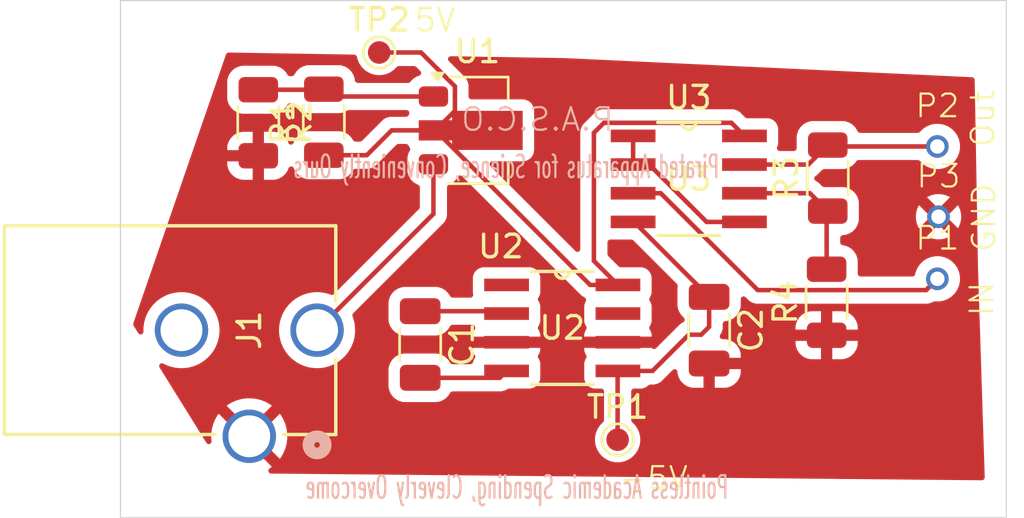
<source format=kicad_pcb>
(kicad_pcb (version 20241229) (generator "pcbnew") (generator_version "9.0")
  (layers (0 "F.Cu" signal) (2 "B.Cu" signal) (13 "F.Paste" user) (15 "B.Paste" user) (5 "F.SilkS" user "F.Silkscreen") (7 "B.SilkS" user "B.Silkscreen") (1 "F.Mask" user) (3 "B.Mask" user) (25 "Edge.Cuts" user))
  (net 0 "")
  (net 4 "/+9V")
  (net 5 "/GND")
  (net 6 "/Output")
  (net 7 "/+5v")
  (net 8 "/ADJ_IN")
  (net 9 "Net-(U2-C1+)")
  (net 10 "/-5V")
  (net 11 "Net-(U2-C1-)")
  (net 12 "/AOUT BIN+")
  (net 13 "Net-(U3-IN_B-)")
  (net 14 "/Reciever Input")
  (footprint "Capacitor_SMD:C_1206_3216Metric" (layer "F.Cu") (at 126.7138 87.435 -90)
    (property "Reference" "C1" (at 0 -1.85 90) (layer "F.SilkS"))
    (property "Value" "10uf")
    (fp_line (start -0.711252 0.91) (end 0.711252 0.91) (stroke (width 0.12)) (layer "F.SilkS"))
    (fp_line (start -0.711252 -0.91) (end 0.711252 -0.91) (stroke (width 0.12)) (layer "F.SilkS"))
    (pad "1" smd roundrect (at -1.475 0 270) (size 1.15 1.8) (layers "F.Cu" "F.Mask" "F.Paste") (roundrect_rratio 0.217391) (net 9 "Net-(U2-C1+)"))
    (pad "2" smd roundrect (at 1.475 0 270) (size 1.15 1.8) (layers "F.Cu" "F.Mask" "F.Paste") (roundrect_rratio 0.217391) (net 11 "Net-(U2-C1-)"))
  )
  (footprint "PlatedThroughHole_1mm:PlatedThroughHole_1mm" (layer "F.Cu") (at 149.6 84.525)
    (property "Reference" "P1" (at 0 -1.8 0) (layer "F.SilkS") (effects (font (thickness 0.1))))
    (property "Value" "~")
    (pad "1" thru_hole circle (at 0 0) (size 1 1) (drill 0.64) (layers "*.Cu" "*.Mask") (net 14 "/Reciever Input"))
  )
  (footprint "TestPoint:TestPoint_Pad_D1.0mm" (layer "F.Cu") (at 124.9 74.5)
    (property "Reference" "TP2" (at 0 -1.448 0) (layer "F.SilkS"))
    (property "Value" "TP +5v")
    (fp_circle (center 0 0) (end 0 0.7) (stroke (width 0.12)) (fill no) (layer "F.SilkS"))
    (pad "1" smd circle (at 0 0) (size 1 1) (layers "F.Cu" "F.Mask") (net 7 "/+5v"))
  )
  (footprint "Resistor_SMD:R_1206_3216Metric" (layer "F.Cu") (at 144.75 80.0625 90)
    (property "Reference" "R3" (at 0 -1.83 90) (layer "F.SilkS"))
    (property "Value" "18k")
    (fp_line (start -0.727064 -0.91) (end 0.727064 -0.91) (stroke (width 0.12)) (layer "F.SilkS"))
    (fp_line (start -0.727064 0.91) (end 0.727064 0.91) (stroke (width 0.12)) (layer "F.SilkS"))
    (pad "1" smd roundrect (at -1.4625 0 90) (size 1.125 1.75) (layers "F.Cu" "F.Mask" "F.Paste") (roundrect_rratio 0.222222) (net 13 "Net-(U3-IN_B-)"))
    (pad "2" smd roundrect (at 1.4625 0 90) (size 1.125 1.75) (layers "F.Cu" "F.Mask" "F.Paste") (roundrect_rratio 0.222222) (net 6 "/Output"))
  )
  (footprint "Resistor_SMD:R_1206_3216Metric" (layer "F.Cu") (at 122.45 77.5875 90)
    (property "Reference" "R1" (at 0 -1.83 90) (layer "F.SilkS"))
    (property "Value" "R")
    (fp_line (start -0.727064 -0.91) (end 0.727064 -0.91) (stroke (width 0.12)) (layer "F.SilkS"))
    (fp_line (start -0.727064 0.91) (end 0.727064 0.91) (stroke (width 0.12)) (layer "F.SilkS"))
    (pad "1" smd roundrect (at -1.4625 0 90) (size 1.125 1.75) (layers "F.Cu" "F.Mask" "F.Paste") (roundrect_rratio 0.222222) (net 7 "/+5v"))
    (pad "2" smd roundrect (at 1.4625 0 90) (size 1.125 1.75) (layers "F.Cu" "F.Mask" "F.Paste") (roundrect_rratio 0.222222) (net 8 "/ADJ_IN"))
  )
  (footprint "Package_TO_SOT_SMD:SOT-89-3" (layer "F.Cu") (at 129.25 77.95)
    (property "Reference" "U1" (at 0 -3.5 0) (layer "F.SilkS"))
    (property "Value" "LM317L_SOT-89")
    (fp_line (start -1.22 -2.36) (end 1.36 -2.36) (stroke (width 0.12)) (layer "F.SilkS"))
    (fp_line (start 1.36 -1.38) (end 1.36 -2.36) (stroke (width 0.12)) (layer "F.SilkS"))
    (fp_line (start 1.36 1.38) (end 1.36 2.36) (stroke (width 0.12)) (layer "F.SilkS"))
    (fp_line (start 1.36 2.36) (end -1.36 2.36) (stroke (width 0.12)) (layer "F.SilkS"))
    (fp_poly (pts (xy -1.77 -2.21) (xy -2.01 -2.54) (xy -1.53 -2.54) (xy -1.77 -2.21)) (stroke (width 0.12)) (fill yes) (layer "F.SilkS"))
    (pad "1" smd roundrect (at -1.95 -1.5) (size 1.3 0.9) (layers "F.Cu" "F.Mask" "F.Paste") (net 8 "/ADJ_IN"))
    (pad "2" smd custom (at -1.8625 0) (size 1.475 0.9) (layers "F.Cu" "F.Mask" "F.Paste") (net 7 "/+5v") (options (clearance outline) (anchor rect)) (primitives (gr_poly (pts (xy 3.8625 0.8665) (xy 0.7375 0.8665) (xy 0.7375 -0.8665) (xy 3.8625 -0.8665)) (width 0) (fill yes))))
    (pad "3" smd roundrect (at -1.95 1.5) (size 1.3 0.9) (layers "F.Cu" "F.Mask" "F.Paste") (net 4 "/+9V"))
  )
  (footprint "TestPoint:TestPoint_Pad_D1.0mm" (layer "F.Cu") (at 135.45 91.65)
    (property "Reference" "TP1" (at 0 -1.448 0) (layer "F.SilkS"))
    (property "Value" "TestPoint -5V")
    (fp_circle (center 0 0) (end 0 0.7) (stroke (width 0.12)) (fill no) (layer "F.SilkS"))
    (pad "1" smd circle (at 0 0) (size 1 1) (layers "F.Cu" "F.Mask") (net 10 "/-5V"))
  )
  (footprint "LM2660 (SOIC D_:M08A" (layer "F.Cu") (at 133 86.7)
    (property "Reference" "U2" (at 0 0 0) (layer "F.SilkS"))
    (property "Value" "LM2660M")
    (fp_line (start -1.373653 2.5019) (end 1.373653 2.5019) (stroke (width 0.1524)) (layer "F.SilkS"))
    (fp_line (start 1.373653 -2.5019) (end -1.373653 -2.5019) (stroke (width 0.1524)) (layer "F.SilkS"))
    (fp_arc (start 0.3048 -2.5019) (mid 0 -2.1971) (end -0.3048 -2.5019) (stroke (width 0.1524)) (layer "F.SilkS"))
    (pad "1" smd rect (at -2.4638 -1.905) (size 1.9812 0.5588) (layers "F.Cu" "F.Mask" "F.Paste"))
    (pad "2" smd rect (at -2.4638 -0.635) (size 1.9812 0.5588) (layers "F.Cu" "F.Mask" "F.Paste") (net 9 "Net-(U2-C1+)"))
    (pad "3" smd rect (at -2.4638 0.635) (size 1.9812 0.5588) (layers "F.Cu" "F.Mask" "F.Paste") (net 5 "/GND"))
    (pad "4" smd rect (at -2.4638 1.905) (size 1.9812 0.5588) (layers "F.Cu" "F.Mask" "F.Paste") (net 11 "Net-(U2-C1-)"))
    (pad "5" smd rect (at 2.4638 1.905) (size 1.9812 0.5588) (layers "F.Cu" "F.Mask" "F.Paste") (net 10 "/-5V"))
    (pad "6" smd rect (at 2.4638 0.635) (size 1.9812 0.5588) (layers "F.Cu" "F.Mask" "F.Paste") (net 5 "/GND"))
    (pad "7" smd rect (at 2.4638 -0.635) (size 1.9812 0.5588) (layers "F.Cu" "F.Mask" "F.Paste"))
    (pad "8" smd rect (at 2.4638 -1.905) (size 1.9812 0.5588) (layers "F.Cu" "F.Mask" "F.Paste") (net 7 "/+5v"))
  )
  (footprint "Resistor_SMD:R_1206_3216Metric" (layer "F.Cu") (at 144.7 85.5625 90)
    (property "Reference" "R4" (at 0 -1.83 90) (layer "F.SilkS"))
    (property "Value" "100")
    (fp_line (start -0.727064 -0.91) (end 0.727064 -0.91) (stroke (width 0.12)) (layer "F.SilkS"))
    (fp_line (start -0.727064 0.91) (end 0.727064 0.91) (stroke (width 0.12)) (layer "F.SilkS"))
    (pad "1" smd roundrect (at -1.4625 0 90) (size 1.125 1.75) (layers "F.Cu" "F.Mask" "F.Paste") (roundrect_rratio 0.222222) (net 5 "/GND"))
    (pad "2" smd roundrect (at 1.4625 0 90) (size 1.125 1.75) (layers "F.Cu" "F.Mask" "F.Paste") (roundrect_rratio 0.222222) (net 13 "Net-(U3-IN_B-)"))
  )
  (footprint "Adafruit 373 barrel:JACK_373_ADA" (layer "F.Cu") (at 122.15 86.8 90)
    (property "Reference" "J1" (at 0 -3.000002 90) (layer "F.SilkS"))
    (property "Value" "373")
    (fp_line (start 4.6228 -13.827003) (end -4.6228 -13.827003) (stroke (width 0.1524)) (layer "F.SilkS"))
    (fp_line (start -4.6228 -13.827003) (end -4.6228 -4.511872) (stroke (width 0.1524)) (layer "F.SilkS"))
    (fp_line (start -4.6228 -1.488131) (end -4.6228 0.828797) (stroke (width 0.1524)) (layer "F.SilkS"))
    (fp_line (start 4.6228 0.828797) (end 4.6228 -13.827003) (stroke (width 0.1524)) (layer "F.SilkS"))
    (fp_line (start 1.26681 0.828797) (end 4.6228 0.828797) (stroke (width 0.1524)) (layer "F.SilkS"))
    (fp_line (start -4.6228 0.828797) (end -1.26681 0.828797) (stroke (width 0.1524)) (layer "F.SilkS"))
    (fp_circle (center -5.08 0) (end -4.699 0) (stroke (width 0.508)) (fill no) (layer "F.SilkS"))
    (fp_circle (center -5.08 0) (end -4.699 0) (stroke (width 0.508)) (fill no) (layer "B.SilkS"))
    (pad "1" thru_hole circle (at 0 0 90) (size 2.3622 2.3622) (drill 1.8542) (layers "*.Cu" "*.Mask") (net 4 "/+9V"))
    (pad "2" thru_hole circle (at 0 -6.000003 90) (size 2.3622 2.3622) (drill 1.8542) (layers "*.Cu" "*.Mask"))
    (pad "3" thru_hole circle (at -4.700001 -3.000002 90) (size 2.3622 2.3622) (drill 1.8542) (layers "*.Cu" "*.Mask") (net 5 "/GND"))
  )
  (footprint "Resistor_SMD:R_1206_3216Metric" (layer "F.Cu") (at 119.55 77.6125 -90)
    (property "Reference" "R2" (at 0 -1.83 90) (layer "F.SilkS"))
    (property "Value" "R")
    (fp_line (start -0.727064 0.91) (end 0.727064 0.91) (stroke (width 0.12)) (layer "F.SilkS"))
    (fp_line (start -0.727064 -0.91) (end 0.727064 -0.91) (stroke (width 0.12)) (layer "F.SilkS"))
    (pad "1" smd roundrect (at -1.4625 0 270) (size 1.125 1.75) (layers "F.Cu" "F.Mask" "F.Paste") (roundrect_rratio 0.222222) (net 8 "/ADJ_IN"))
    (pad "2" smd roundrect (at 1.4625 0 270) (size 1.125 1.75) (layers "F.Cu" "F.Mask" "F.Paste") (roundrect_rratio 0.222222) (net 5 "/GND"))
  )
  (footprint "Capacitor_SMD:C_1206_3216Metric" (layer "F.Cu") (at 139.5 86.8 -90)
    (property "Reference" "C2" (at 0 -1.85 90) (layer "F.SilkS"))
    (property "Value" "10uf" (hide yes))
    (fp_line (start -0.711252 0.91) (end 0.711252 0.91) (stroke (width 0.12)) (layer "F.SilkS"))
    (fp_line (start -0.711252 -0.91) (end 0.711252 -0.91) (stroke (width 0.12)) (layer "F.SilkS"))
    (pad "1" smd roundrect (at -1.475 0 270) (size 1.15 1.8) (layers "F.Cu" "F.Mask" "F.Paste") (roundrect_rratio 0.217391) (net 10 "/-5V"))
    (pad "2" smd roundrect (at 1.475 0 270) (size 1.15 1.8) (layers "F.Cu" "F.Mask" "F.Paste") (roundrect_rratio 0.217391) (net 5 "/GND"))
  )
  (footprint "PlatedThroughHole_1mm:PlatedThroughHole_1mm" (layer "F.Cu") (at 149.6 78.6625)
    (property "Reference" "P2" (at 0 -1.8 0) (layer "F.SilkS") (effects (font (thickness 0.1))))
    (property "Value" "TP Output")
    (pad "1" thru_hole circle (at 0 0) (size 1 1) (drill 0.64) (layers "*.Cu" "*.Mask") (net 6 "/Output"))
  )
  (footprint "PlatedThroughHole_1mm:PlatedThroughHole_1mm" (layer "F.Cu") (at 149.65 81.775)
    (property "Reference" "P3" (at 0 -1.8 0) (layer "F.SilkS") (effects (font (thickness 0.1))))
    (property "Value" "~")
    (pad "1" thru_hole circle (at 0 0) (size 1 1) (drill 0.64) (layers "*.Cu" "*.Mask") (net 5 "/GND"))
  )
  (footprint "LM2660 (SOIC D_:M08A" (layer "F.Cu") (at 138.6 80.1)
    (property "Reference" "U3" (at 0 0 0) (layer "F.SilkS"))
    (property "Value" "LTC2051HVCS8-PBF")
    (fp_line (start -1.373653 2.5019) (end 1.373653 2.5019) (stroke (width 0.1524)) (layer "F.SilkS"))
    (fp_line (start 1.373653 -2.5019) (end -1.373653 -2.5019) (stroke (width 0.1524)) (layer "F.SilkS"))
    (fp_arc (start 0.3048 -2.5019) (mid 0 -2.1971) (end -0.3048 -2.5019) (stroke (width 0.1524)) (layer "F.SilkS"))
    (pad "1" smd rect (at -2.4638 -1.905) (size 1.9812 0.5588) (layers "F.Cu" "F.Mask" "F.Paste") (net 12 "/AOUT BIN+"))
    (pad "2" smd rect (at -2.4638 -0.635) (size 1.9812 0.5588) (layers "F.Cu" "F.Mask" "F.Paste") (net 12 "/AOUT BIN+"))
    (pad "3" smd rect (at -2.4638 0.635) (size 1.9812 0.5588) (layers "F.Cu" "F.Mask" "F.Paste") (net 14 "/Reciever Input"))
    (pad "4" smd rect (at -2.4638 1.905) (size 1.9812 0.5588) (layers "F.Cu" "F.Mask" "F.Paste") (net 10 "/-5V"))
    (pad "5" smd rect (at 2.4638 1.905) (size 1.9812 0.5588) (layers "F.Cu" "F.Mask" "F.Paste") (net 12 "/AOUT BIN+"))
    (pad "6" smd rect (at 2.4638 0.635) (size 1.9812 0.5588) (layers "F.Cu" "F.Mask" "F.Paste") (net 13 "Net-(U3-IN_B-)"))
    (pad "7" smd rect (at 2.4638 -0.635) (size 1.9812 0.5588) (layers "F.Cu" "F.Mask" "F.Paste") (net 6 "/Output"))
    (pad "8" smd rect (at 2.4638 -1.905) (size 1.9812 0.5588) (layers "F.Cu" "F.Mask" "F.Paste") (net 7 "/+5v"))
  )
  (gr_rect (start 113.45 72.2) (end 152.65 95.1) (stroke (width 0.05)) (fill no) (layer "Edge.Cuts"))
  (gr_text "GND\n" (at 152.25 83.4 90) (layer "F.SilkS") (effects (font (size 1 1) (thickness 0.1)) (justify left bottom)))
  (gr_text "IN\n" (at 152.15 86.25 90) (layer "F.SilkS") (effects (font (size 1 1) (thickness 0.1)) (justify left bottom)))
  (gr_text "U2" (at 130.2822 83.0932 0) (layer "F.SilkS") (effects (font (size 1 1))))
  (gr_text "Out\n" (at 152.2 78.75 90) (layer "F.SilkS") (effects (font (size 1 1) (thickness 0.1)) (justify left bottom)))
  (gr_text "-5V" (at 135.45 93.95 0) (layer "F.SilkS") (effects (font (size 1 1) (thickness 0.1)) (justify left bottom)))
  (gr_text "5V\n" (at 126.4 73.65 0) (layer "F.SilkS") (effects (font (size 1 1) (thickness 0.1)) (justify left bottom)))
  (gr_text "U3\n" (at 138.6 76.5 0) (layer "F.SilkS") (effects (font (size 1 1))))
  (gr_text "Pointless Academic Spending, Cleverly Overcome" (at 140.4 94.35 0) (layer "B.SilkS") (effects (font (size 1 0.5) (thickness 0.1)) (justify left bottom mirror)))
  (gr_text "Pirated Apparatus for Science, Conveniently Ours" (at 140 80.15 0) (layer "B.SilkS") (effects (font (size 1 0.5) (thickness 0.1)) (justify left bottom mirror)))
  (gr_text "P.A.S.C.O" (at 135.35 78.05 0) (layer "B.SilkS") (effects (font (size 1 1) (thickness 0.1)) (justify left bottom mirror)))
  (segment (start 122.15 86.8) (end 127.3 81.65) (width 0.2) (layer "F.Cu") (net 4))
  (segment (start 127.3 81.65) (end 127.3 79.45) (width 0.2) (layer "F.Cu") (net 4))
  (segment (start 144.8375 78.6625) (end 149.6 78.6625) (width 0.2) (layer "F.Cu") (net 6))
  (segment (start 144.75 78.6) (end 144.775 78.6) (width 0.2) (layer "F.Cu") (net 6))
  (segment (start 143.885 79.465) (end 144.75 78.6) (width 0.2) (layer "F.Cu") (net 6))
  (segment (start 141.0638 79.465) (end 143.885 79.465) (width 0.2) (layer "F.Cu") (net 6))
  (segment (start 144.775 78.6) (end 144.8375 78.6625) (width 0.2) (layer "F.Cu") (net 6))
  (segment (start 134.8446 77.6146) (end 140.4834 77.6146) (width 0.2) (layer "F.Cu") (net 7))
  (segment (start 125.45 77.95) (end 127.3875 77.95) (width 0.2) (layer "F.Cu") (net 7))
  (segment (start 134.4 83.7312) (end 134.4 78.0592) (width 0.2) (layer "F.Cu") (net 7))
  (segment (start 135.4638 84.795) (end 134.4 83.7312) (width 0.2) (layer "F.Cu") (net 7))
  (segment (start 128.251 76.00089) (end 128.251 77.0865) (width 0.2) (layer "F.Cu") (net 7))
  (segment (start 134.2325 84.795) (end 135.4638 84.795) (width 0.2) (layer "F.Cu") (net 7))
  (segment (start 124.9 74.5) (end 126.75011 74.5) (width 0.2) (layer "F.Cu") (net 7))
  (segment (start 126.75011 74.5) (end 128.251 76.00089) (width 0.2) (layer "F.Cu") (net 7))
  (segment (start 122.45 79.05) (end 124.35 79.05) (width 0.2) (layer "F.Cu") (net 7))
  (segment (start 128.251 77.0865) (end 127.3875 77.95) (width 0.2) (layer "F.Cu") (net 7))
  (segment (start 134.4 78.0592) (end 134.8446 77.6146) (width 0.2) (layer "F.Cu") (net 7))
  (segment (start 124.35 79.05) (end 125.45 77.95) (width 0.2) (layer "F.Cu") (net 7))
  (segment (start 127.3875 77.95) (end 134.2325 84.795) (width 0.2) (layer "F.Cu") (net 7))
  (segment (start 140.4834 77.6146) (end 141.0638 78.195) (width 0.2) (layer "F.Cu") (net 7))
  (segment (start 122.45 76.125) (end 122.625 76.125) (width 0.2) (layer "F.Cu") (net 8))
  (segment (start 119.55 76.15) (end 122.425 76.15) (width 0.2) (layer "F.Cu") (net 8))
  (segment (start 122.625 76.125) (end 122.95 76.45) (width 0.2) (layer "F.Cu") (net 8))
  (segment (start 122.425 76.15) (end 122.45 76.125) (width 0.2) (layer "F.Cu") (net 8))
  (segment (start 122.95 76.45) (end 127.3 76.45) (width 0.2) (layer "F.Cu") (net 8))
  (segment (start 126.7138 85.96) (end 130.4312 85.96) (width 0.2) (layer "F.Cu") (net 9))
  (segment (start 130.4312 85.96) (end 130.5362 86.065) (width 0.2) (layer "F.Cu") (net 9))
  (segment (start 139.5 86.65) (end 139.5 85.325) (width 0.2) (layer "F.Cu") (net 10))
  (segment (start 135.45 91.65) (end 135.45 88.6188) (width 0.2) (layer "F.Cu") (net 10))
  (segment (start 135.45 88.6188) (end 135.4638 88.605) (width 0.2) (layer "F.Cu") (net 10))
  (segment (start 136.18 82.005) (end 139.5 85.325) (width 0.2) (layer "F.Cu") (net 10))
  (segment (start 135.4638 88.605) (end 136.995 88.605) (width 0.2) (layer "F.Cu") (net 10))
  (segment (start 136.1362 82.005) (end 136.18 82.005) (width 0.2) (layer "F.Cu") (net 10))
  (segment (start 138.6 87) (end 139.15 87) (width 0.2) (layer "F.Cu") (net 10))
  (segment (start 136.995 88.605) (end 138.6 87) (width 0.2) (layer "F.Cu") (net 10))
  (segment (start 139.15 87) (end 139.5 86.65) (width 0.2) (layer "F.Cu") (net 10))
  (segment (start 126.7138 88.91) (end 130.2312 88.91) (width 0.2) (layer "F.Cu") (net 11))
  (segment (start 130.2312 88.91) (end 130.5362 88.605) (width 0.2) (layer "F.Cu") (net 11))
  (segment (start 136.1362 79.465) (end 136.8474 79.465) (width 0.2) (layer "F.Cu") (net 12))
  (segment (start 136.1362 79.465) (end 136.1362 78.195) (width 0.2) (layer "F.Cu") (net 12))
  (segment (start 136.8474 79.465) (end 139.3874 82.005) (width 0.2) (layer "F.Cu") (net 12))
  (segment (start 139.3874 82.005) (end 141.0638 82.005) (width 0.2) (layer "F.Cu") (net 12))
  (segment (start 143.96 80.735) (end 144.75 81.525) (width 0.2) (layer "F.Cu") (net 13))
  (segment (start 144.7 84.1) (end 144.7 81.575) (width 0.2) (layer "F.Cu") (net 13))
  (segment (start 141.0638 80.735) (end 143.96 80.735) (width 0.2) (layer "F.Cu") (net 13))
  (segment (start 144.7 81.575) (end 144.75 81.525) (width 0.2) (layer "F.Cu") (net 13))
  (segment (start 137.360001 80.735) (end 141.65 85.024999) (width 0.2) (layer "F.Cu") (net 14))
  (segment (start 141.65 85.024999) (end 149.100001 85.024999) (width 0.2) (layer "F.Cu") (net 14))
  (segment (start 136.1362 80.735) (end 137.360001 80.735) (width 0.2) (layer "F.Cu") (net 14))
  (segment (start 149.100001 85.024999) (end 149.6 84.525) (width 0.2) (layer "F.Cu") (net 14))
  (zone (net 5) (net_name "/GND") (layer "F.Cu") (connect_pads (clearance 0.5)) (min_thickness 0.25) (fill yes (thermal_gap 0.5) (thermal_bridge_width 0.5))
    (polygon (pts (xy 151.25 75.6) (xy 133.15 74.75) (xy 118.15 74.5) (xy 114 86.55) (xy 118.085629 93.132403) (xy 151.7 93.45) (xy 151.4 84.1)))
  )
)
</source>
